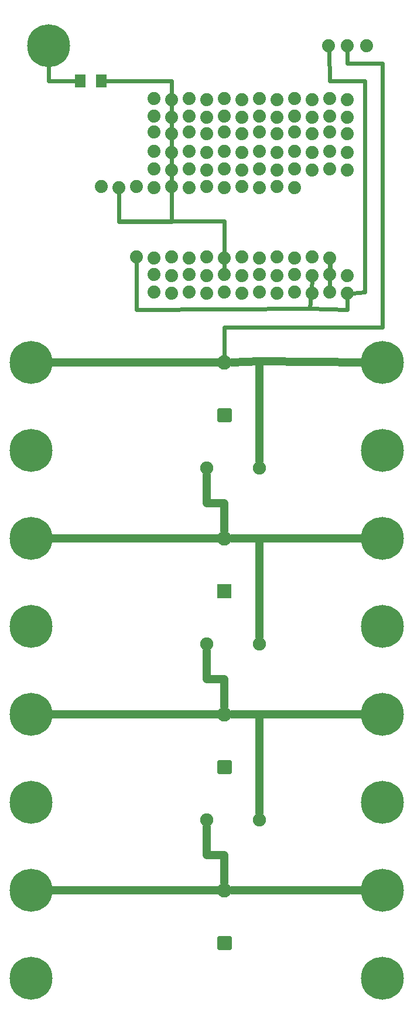
<source format=gbl>
G04 MADE WITH FRITZING*
G04 WWW.FRITZING.ORG*
G04 DOUBLE SIDED*
G04 HOLES PLATED*
G04 CONTOUR ON CENTER OF CONTOUR VECTOR*
%ASAXBY*%
%FSLAX23Y23*%
%MOIN*%
%OFA0B0*%
%SFA1.0B1.0*%
%ADD10C,0.074000*%
%ADD11C,0.075000*%
%ADD12C,0.082000*%
%ADD13C,0.244000*%
%ADD14R,0.062992X0.074803*%
%ADD15R,0.082000X0.082000*%
%ADD16C,0.024000*%
%ADD17C,0.048000*%
%ADD18C,0.020000*%
%LNCOPPER0*%
G90*
G70*
G54D10*
X2073Y4278D03*
X1973Y4286D03*
X1873Y4278D03*
X1773Y4286D03*
X1673Y4278D03*
X1573Y4286D03*
X1473Y4278D03*
X1373Y4286D03*
X1273Y4278D03*
X1173Y4286D03*
X1073Y4278D03*
X973Y4286D03*
X2073Y5278D03*
X1973Y5286D03*
X1873Y5278D03*
X1773Y5286D03*
X1673Y5278D03*
X1573Y5286D03*
X1473Y5278D03*
X1373Y5286D03*
X1273Y5278D03*
X1173Y5286D03*
X1073Y5278D03*
X973Y5286D03*
X973Y5194D03*
X1073Y5186D03*
X1173Y5194D03*
X1273Y5186D03*
X1373Y5194D03*
X1473Y5186D03*
X1573Y5194D03*
X1673Y5186D03*
X1773Y5194D03*
X1873Y5186D03*
X1973Y5194D03*
X2073Y5186D03*
X2073Y5378D03*
X1973Y5386D03*
X1873Y5378D03*
X1773Y5386D03*
X1673Y5378D03*
X1573Y5386D03*
X1473Y5378D03*
X1373Y5386D03*
X1273Y5378D03*
X1173Y5386D03*
X1073Y5378D03*
X973Y5386D03*
X2073Y5078D03*
X1973Y5086D03*
X1873Y5078D03*
X1773Y5086D03*
X1673Y5078D03*
X1573Y5086D03*
X1473Y5078D03*
X1373Y5086D03*
X1273Y5078D03*
X1173Y5086D03*
X1073Y5078D03*
X973Y5086D03*
X1973Y4478D03*
X1873Y4486D03*
X1773Y4478D03*
X1673Y4486D03*
X1573Y4478D03*
X1473Y4486D03*
X1373Y4478D03*
X1273Y4486D03*
X1173Y4478D03*
X1073Y4486D03*
X973Y4478D03*
X873Y4486D03*
X2073Y4978D03*
X1973Y4986D03*
X1873Y4978D03*
X1773Y4986D03*
X1673Y4978D03*
X1573Y4986D03*
X1473Y4978D03*
X1373Y4986D03*
X1273Y4978D03*
X1173Y4986D03*
X1073Y4978D03*
X973Y4986D03*
X2073Y4378D03*
X1973Y4386D03*
X1873Y4378D03*
X1773Y4386D03*
X1673Y4378D03*
X1573Y4386D03*
X1473Y4378D03*
X1373Y4386D03*
X1273Y4378D03*
X1173Y4386D03*
X1073Y4378D03*
X973Y4386D03*
X1773Y4878D03*
X1673Y4886D03*
X1573Y4878D03*
X1473Y4886D03*
X1373Y4878D03*
X1273Y4886D03*
X1173Y4878D03*
X1073Y4886D03*
X973Y4878D03*
X873Y4886D03*
X773Y4878D03*
X673Y4886D03*
X1966Y5686D03*
X2073Y5686D03*
X2180Y5686D03*
G54D11*
X1573Y3286D03*
X1273Y3286D03*
X1273Y2286D03*
X1573Y2286D03*
X1273Y1286D03*
X1573Y1286D03*
G54D12*
X1373Y586D03*
X1373Y886D03*
G54D13*
X2273Y2386D03*
X2273Y1886D03*
X373Y5686D03*
X273Y3386D03*
X2273Y1386D03*
X273Y886D03*
X273Y2886D03*
X273Y2386D03*
X273Y3886D03*
X2273Y3386D03*
X2273Y886D03*
X2273Y2886D03*
X273Y1386D03*
X2273Y3886D03*
X273Y1886D03*
X273Y386D03*
X2273Y386D03*
G54D12*
X1373Y3586D03*
X1373Y3886D03*
X1373Y1586D03*
X1373Y1886D03*
X1373Y2586D03*
X1373Y2886D03*
G54D14*
X551Y5486D03*
X673Y5486D03*
G54D15*
X1373Y2586D03*
G54D16*
X1973Y4414D02*
X1974Y4484D01*
D02*
X1974Y4484D02*
X1973Y4314D01*
D02*
X1075Y4688D02*
X1373Y4688D01*
D02*
X1073Y4686D02*
X1073Y5049D01*
D02*
X772Y4688D02*
X1076Y4688D01*
D02*
X1373Y4688D02*
X1373Y4414D01*
D02*
X773Y4849D02*
X772Y4688D01*
D02*
X1073Y5486D02*
X1073Y5406D01*
D02*
X1073Y5086D02*
X1073Y5249D01*
D02*
X1073Y5249D02*
X1073Y5186D01*
D02*
X1073Y5186D02*
X1073Y5349D01*
D02*
X699Y5486D02*
X1073Y5486D01*
D02*
X773Y4686D02*
X1073Y4686D01*
D02*
X773Y4849D02*
X773Y4686D01*
D02*
X1073Y5106D02*
X1073Y5086D01*
G54D17*
D02*
X1573Y3891D02*
X1416Y3887D01*
D02*
X2176Y3887D02*
X1573Y3891D01*
G54D16*
D02*
X2073Y5586D02*
X2073Y5655D01*
D02*
X1973Y5486D02*
X2173Y5486D01*
D02*
X2273Y5586D02*
X2073Y5586D01*
D02*
X2173Y5486D02*
X2173Y4286D01*
D02*
X2273Y4086D02*
X2273Y5586D01*
D02*
X1373Y4086D02*
X2273Y4086D01*
D02*
X1373Y3918D02*
X1373Y4086D01*
D02*
X1967Y5655D02*
X1973Y5486D01*
D02*
X2173Y4286D02*
X2102Y4280D01*
D02*
X2073Y4187D02*
X2073Y4249D01*
D02*
X1857Y4193D02*
X2073Y4187D01*
D02*
X871Y4187D02*
X873Y4457D01*
D02*
X1857Y4193D02*
X871Y4187D01*
D02*
X1871Y4349D02*
X1857Y4193D01*
G54D17*
D02*
X370Y2886D02*
X1330Y2886D01*
D02*
X1416Y2886D02*
X2176Y2886D01*
D02*
X370Y1886D02*
X1330Y1886D01*
D02*
X1273Y2086D02*
X1373Y2086D01*
D02*
X1573Y1886D02*
X2176Y1886D01*
D02*
X1416Y1886D02*
X1573Y1886D01*
D02*
X1373Y2086D02*
X1373Y1929D01*
D02*
X1273Y2246D02*
X1273Y2086D01*
D02*
X1573Y2886D02*
X1573Y2326D01*
D02*
X1416Y2886D02*
X1573Y2886D01*
D02*
X1573Y1886D02*
X1573Y1326D01*
D02*
X1416Y886D02*
X2176Y886D01*
D02*
X1330Y886D02*
X370Y886D01*
D02*
X1373Y1086D02*
X1273Y1086D01*
D02*
X1273Y1086D02*
X1273Y1246D01*
D02*
X1373Y929D02*
X1373Y1086D01*
D02*
X1273Y3086D02*
X1273Y3246D01*
D02*
X1373Y3086D02*
X1273Y3086D01*
D02*
X1373Y2929D02*
X1373Y3086D01*
D02*
X1573Y3891D02*
X1573Y3326D01*
D02*
X370Y3886D02*
X1373Y3886D01*
G54D16*
D02*
X373Y5486D02*
X373Y5600D01*
D02*
X525Y5486D02*
X373Y5486D01*
G54D18*
X1342Y617D02*
X1404Y617D01*
X1404Y555D01*
X1342Y555D01*
X1342Y617D01*
D02*
X1342Y3617D02*
X1404Y3617D01*
X1404Y3555D01*
X1342Y3555D01*
X1342Y3617D01*
D02*
X1342Y1617D02*
X1404Y1617D01*
X1404Y1555D01*
X1342Y1555D01*
X1342Y1617D01*
D02*
G04 End of Copper0*
M02*
</source>
